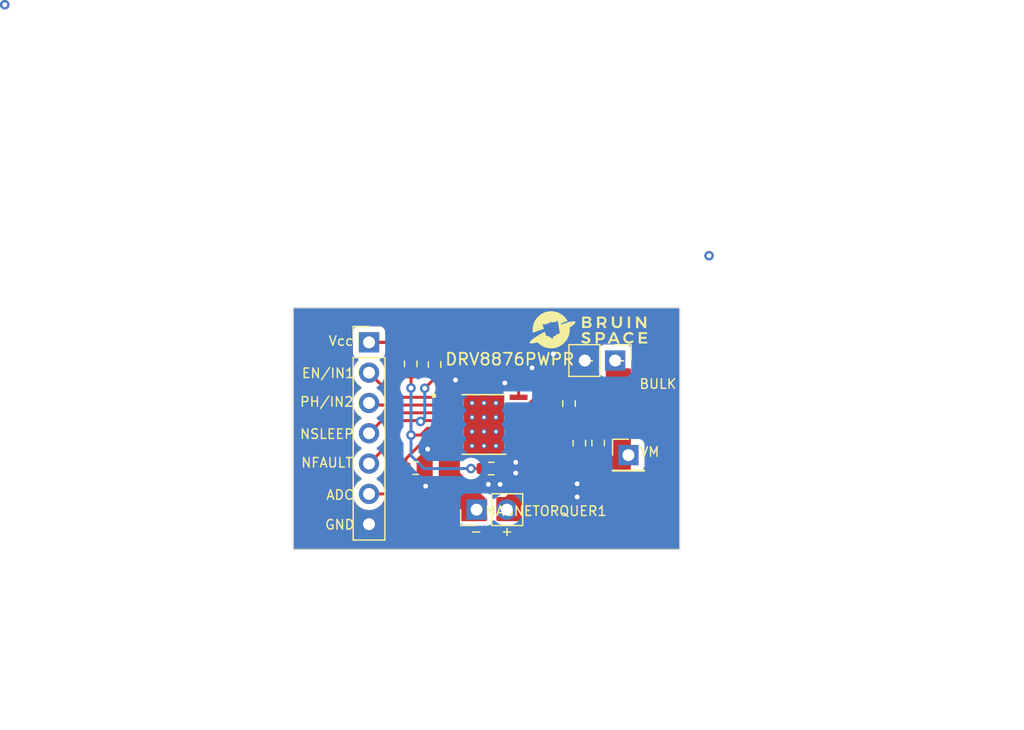
<source format=kicad_pcb>
(kicad_pcb (version 20221018) (generator pcbnew)
  (layers (0 "F.Cu" signal) (31 "B.Cu" signal) (34 "B.Paste" user) (35 "F.Paste" user) (36 "B.SilkS" user "B.Silkscreen") (37 "F.SilkS" user "F.Silkscreen") (38 "B.Mask" user) (39 "F.Mask" user) (44 "Edge.Cuts" user))
  (net 0 "")
  (net 1 "Net-(U1-CPH)")
  (net 2 "Net-(U1-CPL)")
  (net 3 "Net-(BULKCAP1-IN)")
  (net 4 "Earth")
  (net 5 "Net-(U1-VCP)")
  (net 6 "Net-(STM1-Vcc)")
  (net 7 "Net-(U1-VREF)")
  (net 8 "Net-(STM1-ADC)")
  (net 9 "Net-(STM1-PWM)")
  (net 10 "Net-(MAGNETORQUER1-SIDE1)")
  (net 11 "Net-(MAGNETORQUER1-SIDE2)")
  (net 12 "Net-(U1-~{NFAULT})")
  (net 13 "Net-(U1-PH{slash}IN2)")
  (net 14 "Net-(U1-NSLEEP)")
  (footprint "Connector_PinHeader_2.54mm:PinHeader_1x01_P2.54mm_Vertical" (layer "F.Cu") (at 152.2984 88.6968)
    (fp_text reference "VM1" hide)
    (fp_text value "~")
    (pad "1" thru_hole rect (at 0 0) (size 1.7 1.7) (drill 1) (layers "*.Cu" "*.Mask") (net 3 "Net-(BULKCAP1-IN)"))
  )
  (footprint "Resistor_SMD:R_0603_1608Metric" (layer "F.Cu") (at 134.05 81.05 90)
    (fp_text reference "REF_1" hide)
    (fp_text value "16kO")
    (pad "1" smd roundrect (at -0.825 0 90) (size 0.8 0.95) (layers "F.Cu" "F.Paste" "F.Mask") (net 7 "Net-(U1-VREF)"))
    (pad "2" smd roundrect (at 0.825 0 90) (size 0.8 0.95) (layers "F.Cu" "F.Paste" "F.Mask") (net 6 "Net-(STM1-Vcc)"))
  )
  (footprint "LOGO" (layer "F.Cu") (at 149.15 78.2)
    (fp_text reference "G***" hide)
    (fp_text value "LOGO" hide)
  )
  (footprint "Resistor_SMD:R_0603_1608Metric" (layer "F.Cu") (at 148.1836 87.693 90)
    (fp_text reference "C4" hide)
    (fp_text value "0.1 uF")
    (pad "1" smd roundrect (at -0.825 0 90) (size 0.8 0.95) (layers "F.Cu" "F.Paste" "F.Mask") (net 3 "Net-(BULKCAP1-IN)"))
    (pad "2" smd roundrect (at 0.825 0 90) (size 0.8 0.95) (layers "F.Cu" "F.Paste" "F.Mask") (net 5 "Net-(U1-VCP)"))
  )
  (footprint "Resistor_SMD:R_0603_1608Metric" (layer "F.Cu") (at 136.05 81.1 90)
    (fp_text reference "R1" hide)
    (fp_text value "10kO")
    (pad "1" smd roundrect (at -0.825 0 90) (size 0.8 0.95) (layers "F.Cu" "F.Paste" "F.Mask") (net 12 "Net-(U1-~{NFAULT})"))
    (pad "2" smd roundrect (at 0.825 0 90) (size 0.8 0.95) (layers "F.Cu" "F.Paste" "F.Mask") (net 6 "Net-(STM1-Vcc)"))
  )
  (footprint "Resistor_SMD:R_0603_1608Metric" (layer "F.Cu") (at 134.4676 89.789)
    (fp_text reference "RIPROPI1" hide)
    (fp_text value "2.5kO")
    (pad "1" smd roundrect (at -0.825 0) (size 0.8 0.95) (layers "F.Cu" "F.Paste" "F.Mask") (net 8 "Net-(STM1-ADC)"))
    (pad "2" smd roundrect (at 0.825 0) (size 0.8 0.95) (layers "F.Cu" "F.Paste" "F.Mask") (net 4 "Earth"))
  )
  (footprint "Resistor_SMD:R_0603_1608Metric" (layer "F.Cu") (at 140.8 89.825)
    (fp_text reference "REF_2" hide)
    (fp_text value "50kO")
    (pad "1" smd roundrect (at -0.825 0) (size 0.8 0.95) (layers "F.Cu" "F.Paste" "F.Mask") (net 7 "Net-(U1-VREF)"))
    (pad "2" smd roundrect (at 0.825 0) (size 0.8 0.95) (layers "F.Cu" "F.Paste" "F.Mask") (net 4 "Earth"))
  )
  (footprint "Connector_PinHeader_2.54mm:PinHeader_1x07_P2.54mm_Vertical" (layer "F.Cu") (at 130.556 79.248)
    (fp_text reference "STM1" hide)
    (fp_text value "~")
    (pad "1" thru_hole rect (at 0 0) (size 1.7 1.7) (drill 1) (layers "*.Cu" "*.Mask") (net 6 "Net-(STM1-Vcc)"))
    (pad "2" thru_hole oval (at 0 2.54) (size 1.7 1.7) (drill 1) (layers "*.Cu" "*.Mask") (net 9 "Net-(STM1-PWM)"))
    (pad "3" thru_hole oval (at 0 5.08) (size 1.7 1.7) (drill 1) (layers "*.Cu" "*.Mask") (net 13 "Net-(U1-PH{slash}IN2)"))
    (pad "4" thru_hole oval (at 0 7.62) (size 1.7 1.7) (drill 1) (layers "*.Cu" "*.Mask") (net 14 "Net-(U1-NSLEEP)"))
    (pad "5" thru_hole oval (at 0 10.16) (size 1.7 1.7) (drill 1) (layers "*.Cu" "*.Mask") (net 12 "Net-(U1-~{NFAULT})"))
    (pad "6" thru_hole oval (at 0 12.7) (size 1.7 1.7) (drill 1) (layers "*.Cu" "*.Mask") (net 8 "Net-(STM1-ADC)"))
    (pad "7" thru_hole oval (at 0 15.24) (size 1.7 1.7) (drill 1) (layers "*.Cu" "*.Mask") (net 4 "Earth"))
  )
  (footprint "DRV8876PWPR:IC_DRV8876PWPR" (layer "F.Cu") (at 140.192 86.128)
    (fp_text reference "U1" hide)
    (fp_text value "DRV8876PWPR" hide)
    (pad "1" smd roundrect (at -2.9 -2.275) (size 1.5 0.45) (layers "F.Cu" "F.Paste" "F.Mask") (roundrect_rratio 0.06) (net 9 "Net-(STM1-PWM)"))
    (pad "2" smd roundrect (at -2.9 -1.625) (size 1.5 0.45) (layers "F.Cu" "F.Paste" "F.Mask") (roundrect_rratio 0.06) (net 13 "Net-(U1-PH{slash}IN2)"))
    (pad "3" smd roundrect (at -2.9 -0.975) (size 1.5 0.45) (layers "F.Cu" "F.Paste" "F.Mask") (roundrect_rratio 0.06) (net 14 "Net-(U1-NSLEEP)"))
    (pad "4" smd roundrect (at -2.9 -0.325) (size 1.5 0.45) (layers "F.Cu" "F.Paste" "F.Mask") (roundrect_rratio 0.06) (net 12 "Net-(U1-~{NFAULT})"))
    (pad "5" smd roundrect (at -2.9 0.325) (size 1.5 0.45) (layers "F.Cu" "F.Paste" "F.Mask") (roundrect_rratio 0.06) (net 7 "Net-(U1-VREF)"))
    (pad "6" smd roundrect (at -2.9 0.975) (size 1.5 0.45) (layers "F.Cu" "F.Paste" "F.Mask") (roundrect_rratio 0.06) (net 8 "Net-(STM1-ADC)"))
    (pad "7" smd roundrect (at -2.9 1.625) (size 1.5 0.45) (layers "F.Cu" "F.Paste" "F.Mask") (roundrect_rratio 0.06) (net 4 "Earth"))
    (pad "8" smd roundrect (at -2.9 2.275) (size 1.5 0.45) (layers "F.Cu" "F.Paste" "F.Mask") (roundrect_rratio 0.06) (net 10 "Net-(MAGNETORQUER1-SIDE1)"))
    (pad "9" smd roundrect (at 2.9 2.275) (size 1.5 0.45) (layers "F.Cu" "F.Paste" "F.Mask") (roundrect_rratio 0.06) (net 4 "Earth"))
    (pad "10" smd roundrect (at 2.9 1.625) (size 1.5 0.45) (layers "F.Cu" "F.Paste" "F.Mask") (roundrect_rratio 0.06) (net 11 "Net-(MAGNETORQUER1-SIDE2)"))
    (pad "11" smd roundrect (at 2.9 0.975) (size 1.5 0.45) (layers "F.Cu" "F.Paste" "F.Mask") (roundrect_rratio 0.06) (net 3 "Net-(BULKCAP1-IN)"))
    (pad "12" smd roundrect (at 2.9 0.325) (size 1.5 0.45) (layers "F.Cu" "F.Paste" "F.Mask") (roundrect_rratio 0.06) (net 5 "Net-(U1-VCP)"))
    (pad "13" smd roundrect (at 2.9 -0.325) (size 1.5 0.45) (layers "F.Cu" "F.Paste" "F.Mask") (roundrect_rratio 0.06) (net 1 "Net-(U1-CPH)"))
    (pad "14" smd roundrect (at 2.9 -0.975) (size 1.5 0.45) (layers "F.Cu" "F.Paste" "F.Mask") (roundrect_rratio 0.06) (net 2 "Net-(U1-CPL)"))
    (pad "15" smd roundrect (at 2.9 -1.625) (size 1.5 0.45) (layers "F.Cu" "F.Paste" "F.Mask") (roundrect_rratio 0.06) (net 4 "Earth"))
    (pad "16" thru_hole circle (at -1 -1.8) (size 0.45 0.45) (drill 0.25) (layers "*.Cu") (net 6 "Net-(STM1-Vcc)"))
    (pad "16" thru_hole circle (at -1 -0.6) (size 0.45 0.45) (drill 0.25) (layers "*.Cu") (net 6 "Net-(STM1-Vcc)"))
    (pad "16" thru_hole circle (at -1 0.6) (size 0.45 0.45) (drill 0.25) (layers "*.Cu") (net 6 "Net-(STM1-Vcc)"))
    (pad "16" thru_hole circle (at -1 1.8) (size 0.45 0.45) (drill 0.25) (layers "*.Cu") (net 6 "Net-(STM1-Vcc)"))
    (pad "16" thru_hole circle (at 0 -1.8) (size 0.45 0.45) (drill 0.25) (layers "*.Cu") (net 6 "Net-(STM1-Vcc)"))
    (pad "16" thru_hole circle (at 0 -0.6) (size 0.45 0.45) (drill 0.25) (layers "*.Cu") (net 6 "Net-(STM1-Vcc)"))
    (pad "16" smd rect (at 0 0) (size 3.4 5) (layers "F.Cu") (net 6 "Net-(STM1-Vcc)"))
    (pad "16" thru_hole circle (at 0 0.6) (size 0.45 0.45) (drill 0.25) (layers "*.Cu") (net 6 "Net-(STM1-Vcc)"))
    (pad "16" thru_hole circle (at 0 1.8) (size 0.45 0.45) (drill 0.25) (layers "*.Cu") (net 6 "Net-(STM1-Vcc)"))
    (pad "16" thru_hole circle (at 1 -1.8) (size 0.45 0.45) (drill 0.25) (layers "*.Cu") (net 6 "Net-(STM1-Vcc)"))
    (pad "16" thru_hole circle (at 1 -0.6) (size 0.45 0.45) (drill 0.25) (layers "*.Cu") (net 6 "Net-(STM1-Vcc)"))
    (pad "16" thru_hole circle (at 1 0.6) (size 0.45 0.45) (drill 0.25) (layers "*.Cu") (net 6 "Net-(STM1-Vcc)"))
    (pad "16" thru_hole circle (at 1 1.8) (size 0.45 0.45) (drill 0.25) (layers "*.Cu") (net 6 "Net-(STM1-Vcc)"))
    (pad "16" smd roundrect (at 2.9 -2.275) (size 1.5 0.45) (layers "F.Cu" "F.Paste" "F.Mask") (roundrect_rratio 0.06) (net 6 "Net-(STM1-Vcc)"))
  )
  (footprint "Connector_PinHeader_2.54mm:PinHeader_1x02_P2.54mm_Vertical" (layer "F.Cu") (at 151.1808 80.772 -90)
    (fp_text reference "BULKCAP1" hide)
    (fp_text value "~")
    (pad "1" thru_hole rect (at 0 0 270) (size 1.7 1.7) (drill 1) (layers "*.Cu" "*.Mask") (net 3 "Net-(BULKCAP1-IN)"))
    (pad "2" thru_hole oval (at 0 2.54 270) (size 1.7 1.7) (drill 1) (layers "*.Cu" "*.Mask") (net 4 "Earth"))
  )
  (footprint "Resistor_SMD:R_0603_1608Metric" (layer "F.Cu") (at 149.7584 87.6808 90)
    (fp_text reference "C2" hide)
    (fp_text value "0.1 uF")
    (pad "1" smd roundrect (at -0.825 0 90) (size 0.8 0.95) (layers "F.Cu" "F.Paste" "F.Mask") (net 3 "Net-(BULKCAP1-IN)"))
    (pad "2" smd roundrect (at 0.825 0 90) (size 0.8 0.95) (layers "F.Cu" "F.Paste" "F.Mask") (net 4 "Earth"))
  )
  (footprint "Resistor_SMD:R_0603_1608Metric" (layer "F.Cu") (at 147.32 84.3788 90)
    (fp_text reference "C1" hide)
    (fp_text value "0.022 uF")
    (pad "1" smd roundrect (at -0.825 0 90) (size 0.8 0.95) (layers "F.Cu" "F.Paste" "F.Mask") (net 1 "Net-(U1-CPH)"))
    (pad "2" smd roundrect (at 0.825 0 90) (size 0.8 0.95) (layers "F.Cu" "F.Paste" "F.Mask") (net 2 "Net-(U1-CPL)"))
  )
  (footprint "Connector_PinHeader_2.54mm:PinHeader_1x02_P2.54mm_Vertical" (layer "F.Cu") (at 139.568 93.2688 90)
    (fp_text reference "MAGNETORQUER1" (at -0.12 5.812 180) (layer "F.SilkS") (effects (font (size 0.8 0.8) (thickness 0.12))))
    (fp_text value "~")
    (pad "1" thru_hole rect (at 0 0 90) (size 1.7 1.7) (drill 1) (layers "*.Cu" "*.Mask") (net 10 "Net-(MAGNETORQUER1-SIDE1)"))
    (pad "2" thru_hole oval (at 0 2.54 90) (size 1.7 1.7) (drill 1) (layers "*.Cu" "*.Mask") (net 11 "Net-(MAGNETORQUER1-SIDE2)"))
  )
  (gr_rect (start 124.2 76.35) (end 156.6 96.6) (stroke (width 0.1)) (fill none) (layer "Edge.Cuts"))
  (gr_text "+" (at 141.55 95.55) (layer "F.SilkS") (effects (font (size 0.8 0.8) (thickness 0.12)) (justify left bottom)))
  (gr_text "DRV8876PWPR" (at 136.85 81.25) (layer "F.SilkS") (effects (font (size 1 1)) (justify left bottom)))
  (gr_text "NFAULT" (at 124.8 89.8) (layer "F.SilkS") (effects (font (size 0.8 0.8) (thickness 0.12)) (justify left bottom)))
  (gr_text "NSLEEP\n" (at 124.7 87.4) (layer "F.SilkS") (effects (font (size 0.8 0.8) (thickness 0.12)) (justify left bottom)))
  (gr_text "+" (at 151 81.2) (layer "F.SilkS") (effects (font (size 0.8 0.8) (thickness 0.12)) (justify left bottom)))
  (gr_text "ADC" (at 126.9 92.5) (layer "F.SilkS") (effects (font (size 0.8 0.8) (thickness 0.12)) (justify left bottom)))
  (gr_text "EN/IN1" (at 124.85 82.3) (layer "F.SilkS") (effects (font (size 0.8 0.8) (thickness 0.12)) (justify left bottom)))
  (gr_text "-" (at 138.95 95.55) (layer "F.SilkS") (effects (font (size 0.8 0.8) (thickness 0.12)) (justify left bottom)))
  (gr_text "Vcc" (at 127.1 79.6) (layer "F.SilkS") (effects (font (size 0.8 0.8) (thickness 0.12)) (justify left bottom)))
  (gr_text "VM" (at 153.2 88.9) (layer "F.SilkS") (effects (font (size 0.8 0.8) (thickness 0.12)) (justify left bottom)))
  (gr_text "BULK\n" (at 153.15 83.2) (layer "F.SilkS") (effects (font (size 0.8 0.8) (thickness 0.12)) (justify left bottom)))
  (gr_text "PH/IN2\n" (at 124.7 84.7) (layer "F.SilkS") (effects (font (size 0.8 0.8) (thickness 0.12)) (justify left bottom)))
  (gr_text "-" (at 148.4 81.2) (layer "F.SilkS") (effects (font (size 0.8 0.8) (thickness 0.12)) (justify left bottom)))
  (gr_text "GND" (at 126.8 95) (layer "F.SilkS") (effects (font (size 0.8 0.8) (thickness 0.12)) (justify left bottom)))
  (via (at 100.0252 50.9524) (size 0.8) (drill 0.4) (layers "F.Cu" "B.Cu") (net 0))
  (via (at 159.0548 71.9836) (size 0.8) (drill 0.4) (layers "F.Cu" "B.Cu") (net 0))
  (segment (start 146.7208 85.803) (end 147.32 85.2038) (width 0.25) (layer "F.Cu") (net 1))
  (segment (start 143.092 85.803) (end 146.7208 85.803) (width 0.25) (layer "F.Cu") (net 1))
  (segment (start 143.092 85.153) (end 145.7208 85.153) (width 0.25) (layer "F.Cu") (net 2))
  (segment (start 145.7208 85.153) (end 147.32 83.5538) (width 0.25) (layer "F.Cu") (net 2))
  (segment (start 151.44 88.336) (end 151.384 88.392) (width 0.25) (layer "F.Cu") (net 3))
  (segment (start 135.475 88.934) (end 135.475 88.2) (width 0.25) (layer "F.Cu") (net 4))
  (segment (start 135.2926 89.1164) (end 135.475 88.934) (width 0.25) (layer "F.Cu") (net 4))
  (segment (start 143.092 84.503) (end 143.860803 84.503) (width 0.25) (layer "F.Cu") (net 4))
  (segment (start 148.6408 80.772) (end 147.7772 80.772) (width 0.25) (layer "F.Cu") (net 4))
  (segment (start 143.1 88.411) (end 143.092 88.403) (width 0.25) (layer "F.Cu") (net 4))
  (segment (start 143.860803 84.503) (end 147.591803 80.772) (width 0.25) (layer "F.Cu") (net 4))
  (segment (start 135.922 87.753) (end 137.292 87.753) (width 0.25) (layer "F.Cu") (net 4))
  (segment (start 147.591803 80.772) (end 147.7772 80.772) (width 0.25) (layer "F.Cu") (net 4))
  (segment (start 135.2926 89.789) (end 135.2926 89.1164) (width 0.25) (layer "F.Cu") (net 4))
  (segment (start 135.475 88.2) (end 135.922 87.753) (width 0.25) (layer "F.Cu") (net 4))
  (via (at 140.55 91.15) (size 0.8) (drill 0.4) (layers "F.Cu" "B.Cu") (net 4))
  (via (at 141.55 91.15) (size 0.8) (drill 0.4) (layers "F.Cu" "B.Cu") (net 4))
  (via (at 137.8 82.4) (size 0.8) (drill 0.4) (layers "F.Cu" "B.Cu") (net 4))
  (via (at 135.3 91.3) (size 0.8) (drill 0.4) (layers "F.Cu" "B.Cu") (net 4))
  (via (at 142.85 90.2) (size 0.8) (drill 0.4) (layers "F.Cu" "B.Cu") (net 4))
  (via (at 144.2212 81.3816) (size 0.8) (drill 0.4) (layers "F.Cu" "B.Cu") (net 4))
  (via (at 135.475 88.2) (size 0.8) (drill 0.4) (layers "F.Cu" "B.Cu") (net 4))
  (via (at 142.85 89.3) (size 0.8) (drill 0.4) (layers "F.Cu" "B.Cu") (net 4))
  (via (at 148 92.2) (size 0.8) (drill 0.4) (layers "F.Cu" "B.Cu") (net 4))
  (via (at 145.9992 80.2132) (size 0.8) (drill 0.4) (layers "F.Cu" "B.Cu") (net 4))
  (via (at 148 91.1) (size 0.8) (drill 0.4) (layers "F.Cu" "B.Cu") (net 4))
  (via (at 141.9352 82.6516) (size 0.8) (drill 0.4) (layers "F.Cu" "B.Cu") (net 4))
  (segment (start 143.092 86.453) (end 147.7686 86.453) (width 0.25) (layer "F.Cu") (net 5))
  (segment (start 147.7686 86.453) (end 148.1836 86.868) (width 0.25) (layer "F.Cu") (net 5))
  (segment (start 143.092 86.453) (end 143.095 86.45) (width 0.25) (layer "F.Cu") (net 5))
  (segment (start 133.073 79.248) (end 130.556 79.248) (width 0.25) (layer "F.Cu") (net 6))
  (segment (start 143.092 83.853) (end 143.092 81.3192) (width 0.25) (layer "F.Cu") (net 6))
  (segment (start 143.092 81.3192) (end 141.0208 79.248) (width 0.25) (layer "F.Cu") (net 6))
  (segment (start 134.1 80.275) (end 134.05 80.225) (width 0.25) (layer "F.Cu") (net 6))
  (segment (start 136.05 80.275) (end 134.1 80.275) (width 0.25) (layer "F.Cu") (net 6))
  (segment (start 134.05 80.225) (end 133.073 79.248) (width 0.25) (layer "F.Cu") (net 6))
  (segment (start 141.0208 79.248) (end 130.556 79.248) (width 0.25) (layer "F.Cu") (net 6))
  (segment (start 135.4414 86.453) (end 137.292 86.453) (width 0.25) (layer "F.Cu") (net 7))
  (segment (start 134.874 87.0204) (end 135.4414 86.453) (width 0.25) (layer "F.Cu") (net 7))
  (segment (start 134.075 83.075) (end 134.075 81.9) (width 0.25) (layer "F.Cu") (net 7))
  (segment (start 134.075 81.9) (end 134.05 81.875) (width 0.25) (layer "F.Cu") (net 7))
  (segment (start 139.1 89.825) (end 139.975 89.825) (width 0.25) (layer "F.Cu") (net 7))
  (segment (start 134.075 87.0204) (end 134.874 87.0204) (width 0.25) (layer "F.Cu") (net 7))
  (via (at 134.075 87.0204) (size 0.8) (drill 0.4) (layers "F.Cu" "B.Cu") (net 7))
  (via (at 134.075 83.075) (size 0.8) (drill 0.4) (layers "F.Cu" "B.Cu") (net 7))
  (via (at 139.1 89.825) (size 0.8) (drill 0.4) (layers "F.Cu" "B.Cu") (net 7))
  (segment (start 134.075 87.0204) (end 134.075 83.075) (width 0.25) (layer "B.Cu") (net 7))
  (segment (start 135.164 89.825) (end 139.1 89.825) (width 0.25) (layer "B.Cu") (net 7))
  (segment (start 134.075 87.0204) (end 134.075 88.736) (width 0.25) (layer "B.Cu") (net 7))
  (segment (start 134.075 88.736) (end 135.164 89.825) (width 0.25) (layer "B.Cu") (net 7))
  (segment (start 132.4102 91.948) (end 130.556 91.948) (width 0.25) (layer "F.Cu") (net 8))
  (segment (start 137.292 87.103) (end 135.546695 87.103) (width 0.25) (layer "F.Cu") (net 8))
  (segment (start 133.6426 89.007095) (end 133.6426 89.789) (width 0.25) (layer "F.Cu") (net 8))
  (segment (start 135.546695 87.103) (end 133.6426 89.007095) (width 0.25) (layer "F.Cu") (net 8))
  (segment (start 133.6426 89.789) (end 133.6426 90.7156) (width 0.25) (layer "F.Cu") (net 8))
  (segment (start 133.6426 90.7156) (end 132.4102 91.948) (width 0.25) (layer "F.Cu") (net 8))
  (segment (start 130.556 81.788) (end 132.621 83.853) (width 0.25) (layer "F.Cu") (net 9))
  (segment (start 132.621 83.853) (end 137.292 83.853) (width 0.25) (layer "F.Cu") (net 9))
  (segment (start 132.65 86.15) (end 132.997 85.803) (width 0.25) (layer "F.Cu") (net 12))
  (segment (start 130.556 89.408) (end 132.65 87.314) (width 0.25) (layer "F.Cu") (net 12))
  (segment (start 136.05 81.925) (end 136.05 82.275) (width 0.25) (layer "F.Cu") (net 12))
  (segment (start 132.997 85.803) (end 137.292 85.803) (width 0.25) (layer "F.Cu") (net 12))
  (segment (start 136.05 82.275) (end 135.225 83.1) (width 0.25) (layer "F.Cu") (net 12))
  (segment (start 132.65 87.314) (end 132.65 86.15) (width 0.25) (layer "F.Cu") (net 12))
  (via (at 134.874 85.8775) (size 0.8) (drill 0.4) (layers "F.Cu" "B.Cu") (net 12))
  (via (at 135.225 83.1) (size 0.8) (drill 0.4) (layers "F.Cu" "B.Cu") (net 12))
  (segment (start 135.225 83.1) (end 135.225 85.5265) (width 0.25) (layer "B.Cu") (net 12))
  (segment (start 135.225 85.5265) (end 134.874 85.8775) (width 0.25) (layer "B.Cu") (net 12))
  (segment (start 130.556 84.328) (end 130.731 84.503) (width 0.25) (layer "F.Cu") (net 13))
  (segment (start 130.731 84.503) (end 137.292 84.503) (width 0.25) (layer "F.Cu") (net 13))
  (segment (start 130.556 86.868) (end 132.271 85.153) (width 0.25) (layer "F.Cu") (net 14))
  (segment (start 132.271 85.153) (end 137.292 85.153) (width 0.25) (layer "F.Cu") (net 14))
  (zone (net 11) (net_name "Net-(MAGNETORQUER1-SIDE2)") (layer "F.Cu") (priority 4) (connect_pads yes (clearance 0)) (min_thickness 0.25) (fill yes (thermal_gap 0.5) (thermal_bridge_width 0.5))
    (polygon (pts (xy 142.494 87.526) (xy 142.494 88.138) (xy 144.018 88.138) (xy 144.018 90.17) (xy 141.986 92.202) (xy 141.224 92.202) (xy 141.224 94.234) (xy 146.812 94.234) (xy 146.812 89.154) (xy 145.05 87.526)))
  )
  (zone (net 3) (net_name "Net-(BULKCAP1-IN)") (layer "F.Cu") (priority 2) (connect_pads yes (clearance 0)) (min_thickness 0.25) (fill yes (thermal_gap 0.5) (thermal_bridge_width 0.5))
    (polygon (pts (xy 150.398 81.4254) (xy 150.3934 86.233) (xy 144.7038 86.2076) (xy 143.9672 86.868) (xy 142.675 86.875) (xy 142.675 87.325) (xy 145.375 87.325) (xy 147.15 88.925) (xy 148.3 90) (xy 152.5016 89.9922) (xy 152.5086 81.425) (xy 150.55 81.4)))
  )
  (zone (net 4) (net_name "Earth") (layer "F.Cu") (connect_pads yes (clearance 0.5)) (min_thickness 0.25) (fill yes (thermal_gap 0.5) (thermal_bridge_width 0.5))
    (polygon (pts (xy 101.6 60.96) (xy 184 60.96) (xy 184 111.76) (xy 101.6 111.76)))
  )
  (zone (net 10) (net_name "Net-(MAGNETORQUER1-SIDE1)") (layer "F.Cu") (priority 3) (connect_pads yes (clearance 0)) (min_thickness 0.25) (fill yes (thermal_gap 0.5) (thermal_bridge_width 0.5))
    (polygon (pts (xy 136.398 88.138) (xy 138.176 88.138) (xy 138.176 90.17) (xy 140.462 92.456) (xy 140.462 94.234) (xy 136.398 94.234)))
  )
  (zone (net 0) (net_name "") (layers "F&B.Cu") (connect_pads yes (clearance 0)) (min_thickness 0.25)
    (keepout (tracks allowed) (vias allowed) (pads allowed) (copperpour not_allowed) (footprints allowed))
    (fill (thermal_gap 0.5) (thermal_bridge_width 0.5))
    (polygon (pts (xy 141.8336 83.3628) (xy 144.2212 83.3628) (xy 144.2212 84.2772) (xy 141.8336 84.2772)))
  )
  (zone (net 4) (net_name "Earth") (layer "B.Cu") (priority 1) (connect_pads yes (clearance 0.5)) (min_thickness 0.25) (fill yes (thermal_gap 0.5) (thermal_bridge_width 0.5))
    (polygon (pts (xy 101.6 60.96) (xy 185.46 60.96) (xy 185.46 111.76) (xy 101.6 111.76)))
  )
)
</source>
